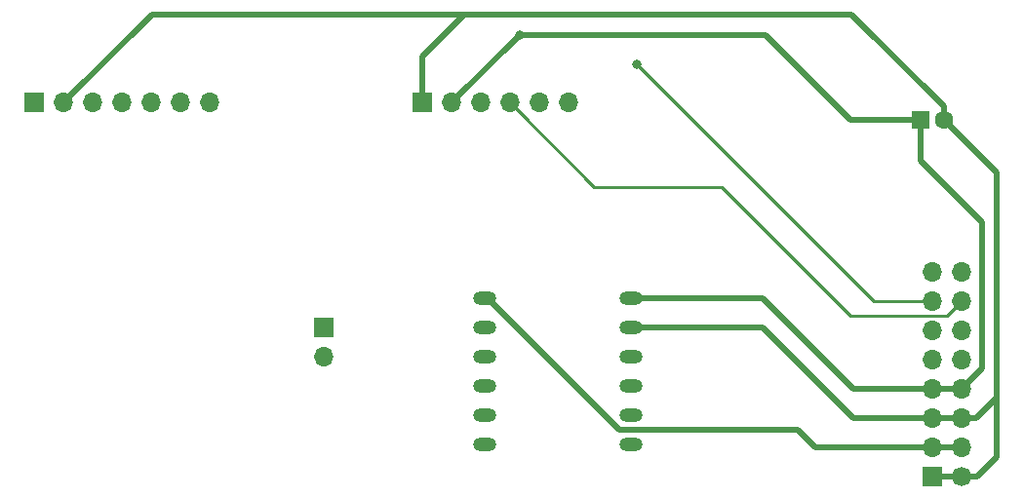
<source format=gbr>
G04 #@! TF.GenerationSoftware,KiCad,Pcbnew,(5.1.5)-3*
G04 #@! TF.CreationDate,2020-01-27T11:23:28-05:00*
G04 #@! TF.ProjectId,Secondary_Board,5365636f-6e64-4617-9279-5f426f617264,rev?*
G04 #@! TF.SameCoordinates,Original*
G04 #@! TF.FileFunction,Copper,L2,Bot*
G04 #@! TF.FilePolarity,Positive*
%FSLAX46Y46*%
G04 Gerber Fmt 4.6, Leading zero omitted, Abs format (unit mm)*
G04 Created by KiCad (PCBNEW (5.1.5)-3) date 2020-01-27 11:23:28*
%MOMM*%
%LPD*%
G04 APERTURE LIST*
%ADD10O,1.700000X1.700000*%
%ADD11R,1.700000X1.700000*%
%ADD12C,1.700000*%
%ADD13R,1.600000X1.600000*%
%ADD14C,1.600000*%
%ADD15O,2.000000X1.200000*%
%ADD16C,0.800000*%
%ADD17C,0.500000*%
%ADD18C,0.250000*%
G04 APERTURE END LIST*
D10*
X171958000Y-101854000D03*
X174498000Y-101854000D03*
X171958000Y-104394000D03*
X174498000Y-104394000D03*
X171958000Y-106934000D03*
X174498000Y-106934000D03*
X171958000Y-109474000D03*
X174498000Y-109474000D03*
X171958000Y-112014000D03*
X174498000Y-112014000D03*
X171958000Y-114554000D03*
X174498000Y-114554000D03*
X171958000Y-117094000D03*
X174498000Y-117094000D03*
D11*
X171958000Y-119634000D03*
D12*
X174498000Y-119634000D03*
D13*
X170942000Y-88646000D03*
D14*
X172942000Y-88646000D03*
D11*
X119126000Y-106680000D03*
D10*
X119126000Y-109220000D03*
D15*
X145796000Y-104140000D03*
X133096000Y-104140000D03*
X145796000Y-106680000D03*
X133096000Y-106680000D03*
X145796000Y-109220000D03*
X133096000Y-109220000D03*
X145796000Y-111760000D03*
X133096000Y-111760000D03*
X145796000Y-114300000D03*
X133096000Y-114300000D03*
X145796000Y-116840000D03*
X133096000Y-116840000D03*
D11*
X127671001Y-87169001D03*
D10*
X130211001Y-87169001D03*
X132751001Y-87169001D03*
X135291001Y-87169001D03*
X137831001Y-87169001D03*
X140371001Y-87169001D03*
D11*
X93980000Y-87169001D03*
D10*
X96520000Y-87169001D03*
X99060000Y-87169001D03*
X101600000Y-87169001D03*
X104140000Y-87169001D03*
X106680000Y-87169001D03*
X109220000Y-87169001D03*
D16*
X136144000Y-81280000D03*
X146304000Y-83820000D03*
D17*
X174498000Y-112014000D02*
X171958000Y-112014000D01*
X136100002Y-81280000D02*
X130211001Y-87169001D01*
X136144000Y-81280000D02*
X136100002Y-81280000D01*
X171958000Y-112014000D02*
X165100000Y-112014000D01*
X157226000Y-104140000D02*
X145796000Y-104140000D01*
X165100000Y-112014000D02*
X157226000Y-104140000D01*
X157480000Y-81280000D02*
X136144000Y-81280000D01*
X170942000Y-88646000D02*
X164846000Y-88646000D01*
X164846000Y-88646000D02*
X157480000Y-81280000D01*
X176276000Y-97536000D02*
X170942000Y-92202000D01*
X170942000Y-92202000D02*
X170942000Y-88646000D01*
X174498000Y-112014000D02*
X176276000Y-110236000D01*
X176276000Y-110236000D02*
X176276000Y-97536000D01*
X174498000Y-119634000D02*
X171958000Y-119634000D01*
X174498000Y-114554000D02*
X171958000Y-114554000D01*
X172942000Y-87514630D02*
X164929370Y-79502000D01*
X172942000Y-88646000D02*
X172942000Y-87514630D01*
X104187001Y-79502000D02*
X96520000Y-87169001D01*
X127671001Y-87169001D02*
X127671001Y-83148999D01*
X164929370Y-79502000D02*
X131318000Y-79502000D01*
X127671001Y-83148999D02*
X131318000Y-79502000D01*
X131318000Y-79502000D02*
X104187001Y-79502000D01*
X171958000Y-114554000D02*
X165100000Y-114554000D01*
X157226000Y-106680000D02*
X145796000Y-106680000D01*
X165100000Y-114554000D02*
X157226000Y-106680000D01*
X175848000Y-119634000D02*
X174498000Y-119634000D01*
X177546000Y-117936000D02*
X175848000Y-119634000D01*
X177546000Y-114804059D02*
X177546000Y-117936000D01*
X173741999Y-89445999D02*
X172942000Y-88646000D01*
X177546000Y-112776000D02*
X177546000Y-93250000D01*
X177546000Y-93250000D02*
X173741999Y-89445999D01*
X177546000Y-112776000D02*
X177546000Y-114804059D01*
X175768000Y-114554000D02*
X177546000Y-112776000D01*
X174498000Y-114554000D02*
X175768000Y-114554000D01*
X174498000Y-117094000D02*
X171958000Y-117094000D01*
X144780000Y-115570000D02*
X133350000Y-104140000D01*
X160274000Y-115570000D02*
X144780000Y-115570000D01*
X133350000Y-104140000D02*
X133096000Y-104140000D01*
X171958000Y-117094000D02*
X161798000Y-117094000D01*
X161798000Y-117094000D02*
X160274000Y-115570000D01*
D18*
X146304000Y-83820000D02*
X146304000Y-83820000D01*
X154178000Y-91694000D02*
X146304000Y-83820000D01*
X171958000Y-104394000D02*
X166878000Y-104394000D01*
X166878000Y-104394000D02*
X154178000Y-91694000D01*
X136141000Y-88019000D02*
X135291001Y-87169001D01*
X173228000Y-105664000D02*
X164846000Y-105664000D01*
X174498000Y-104394000D02*
X173228000Y-105664000D01*
X153670000Y-94488000D02*
X142610000Y-94488000D01*
X142610000Y-94488000D02*
X136141000Y-88019000D01*
X164846000Y-105664000D02*
X153670000Y-94488000D01*
M02*

</source>
